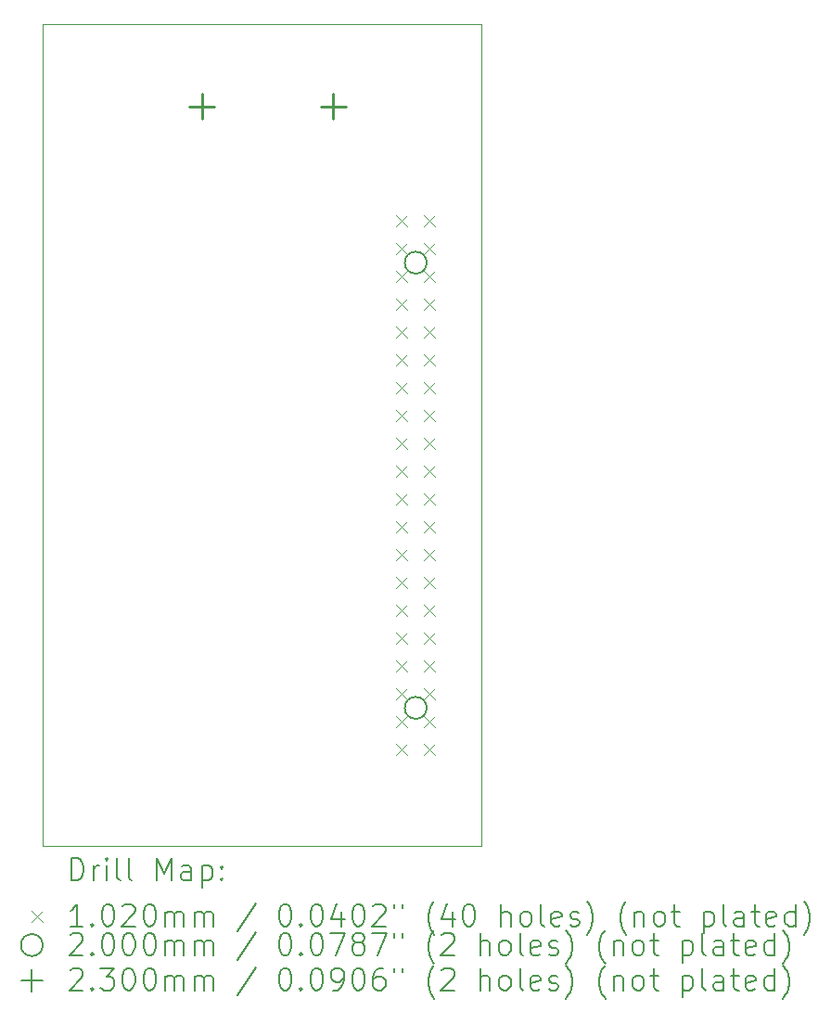
<source format=gbr>
%TF.GenerationSoftware,KiCad,Pcbnew,8.0.4*%
%TF.CreationDate,2024-09-04T02:40:32-04:00*%
%TF.ProjectId,phone_pcb,70686f6e-655f-4706-9362-2e6b69636164,rev?*%
%TF.SameCoordinates,Original*%
%TF.FileFunction,Drillmap*%
%TF.FilePolarity,Positive*%
%FSLAX45Y45*%
G04 Gerber Fmt 4.5, Leading zero omitted, Abs format (unit mm)*
G04 Created by KiCad (PCBNEW 8.0.4) date 2024-09-04 02:40:32*
%MOMM*%
%LPD*%
G01*
G04 APERTURE LIST*
%ADD10C,0.050000*%
%ADD11C,0.200000*%
%ADD12C,0.102000*%
%ADD13C,0.230000*%
G04 APERTURE END LIST*
D10*
X8975000Y-4975000D02*
X4975000Y-4975000D01*
X4975000Y-12475000D01*
X8975000Y-12475000D01*
X8975000Y-4975000D01*
D11*
D12*
X8198960Y-6720028D02*
X8300960Y-6822028D01*
X8300960Y-6720028D02*
X8198960Y-6822028D01*
X8198960Y-6974028D02*
X8300960Y-7076028D01*
X8300960Y-6974028D02*
X8198960Y-7076028D01*
X8198960Y-7228028D02*
X8300960Y-7330028D01*
X8300960Y-7228028D02*
X8198960Y-7330028D01*
X8198960Y-7482028D02*
X8300960Y-7584028D01*
X8300960Y-7482028D02*
X8198960Y-7584028D01*
X8198960Y-7736028D02*
X8300960Y-7838028D01*
X8300960Y-7736028D02*
X8198960Y-7838028D01*
X8198960Y-7990028D02*
X8300960Y-8092028D01*
X8300960Y-7990028D02*
X8198960Y-8092028D01*
X8198960Y-8244028D02*
X8300960Y-8346028D01*
X8300960Y-8244028D02*
X8198960Y-8346028D01*
X8198960Y-8498028D02*
X8300960Y-8600028D01*
X8300960Y-8498028D02*
X8198960Y-8600028D01*
X8198960Y-8752028D02*
X8300960Y-8854028D01*
X8300960Y-8752028D02*
X8198960Y-8854028D01*
X8198960Y-9006028D02*
X8300960Y-9108028D01*
X8300960Y-9006028D02*
X8198960Y-9108028D01*
X8198960Y-9260028D02*
X8300960Y-9362028D01*
X8300960Y-9260028D02*
X8198960Y-9362028D01*
X8198960Y-9514028D02*
X8300960Y-9616028D01*
X8300960Y-9514028D02*
X8198960Y-9616028D01*
X8198960Y-9768028D02*
X8300960Y-9870028D01*
X8300960Y-9768028D02*
X8198960Y-9870028D01*
X8198960Y-10022028D02*
X8300960Y-10124028D01*
X8300960Y-10022028D02*
X8198960Y-10124028D01*
X8198960Y-10276028D02*
X8300960Y-10378028D01*
X8300960Y-10276028D02*
X8198960Y-10378028D01*
X8198960Y-10530028D02*
X8300960Y-10632028D01*
X8300960Y-10530028D02*
X8198960Y-10632028D01*
X8198960Y-10784028D02*
X8300960Y-10886028D01*
X8300960Y-10784028D02*
X8198960Y-10886028D01*
X8198960Y-11038028D02*
X8300960Y-11140028D01*
X8300960Y-11038028D02*
X8198960Y-11140028D01*
X8198960Y-11292028D02*
X8300960Y-11394028D01*
X8300960Y-11292028D02*
X8198960Y-11394028D01*
X8198960Y-11546028D02*
X8300960Y-11648028D01*
X8300960Y-11546028D02*
X8198960Y-11648028D01*
X8452960Y-6720028D02*
X8554960Y-6822028D01*
X8554960Y-6720028D02*
X8452960Y-6822028D01*
X8452960Y-6974028D02*
X8554960Y-7076028D01*
X8554960Y-6974028D02*
X8452960Y-7076028D01*
X8452960Y-7228028D02*
X8554960Y-7330028D01*
X8554960Y-7228028D02*
X8452960Y-7330028D01*
X8452960Y-7482028D02*
X8554960Y-7584028D01*
X8554960Y-7482028D02*
X8452960Y-7584028D01*
X8452960Y-7736028D02*
X8554960Y-7838028D01*
X8554960Y-7736028D02*
X8452960Y-7838028D01*
X8452960Y-7990028D02*
X8554960Y-8092028D01*
X8554960Y-7990028D02*
X8452960Y-8092028D01*
X8452960Y-8244028D02*
X8554960Y-8346028D01*
X8554960Y-8244028D02*
X8452960Y-8346028D01*
X8452960Y-8498028D02*
X8554960Y-8600028D01*
X8554960Y-8498028D02*
X8452960Y-8600028D01*
X8452960Y-8752028D02*
X8554960Y-8854028D01*
X8554960Y-8752028D02*
X8452960Y-8854028D01*
X8452960Y-9006028D02*
X8554960Y-9108028D01*
X8554960Y-9006028D02*
X8452960Y-9108028D01*
X8452960Y-9260028D02*
X8554960Y-9362028D01*
X8554960Y-9260028D02*
X8452960Y-9362028D01*
X8452960Y-9514028D02*
X8554960Y-9616028D01*
X8554960Y-9514028D02*
X8452960Y-9616028D01*
X8452960Y-9768028D02*
X8554960Y-9870028D01*
X8554960Y-9768028D02*
X8452960Y-9870028D01*
X8452960Y-10022028D02*
X8554960Y-10124028D01*
X8554960Y-10022028D02*
X8452960Y-10124028D01*
X8452960Y-10276028D02*
X8554960Y-10378028D01*
X8554960Y-10276028D02*
X8452960Y-10378028D01*
X8452960Y-10530028D02*
X8554960Y-10632028D01*
X8554960Y-10530028D02*
X8452960Y-10632028D01*
X8452960Y-10784028D02*
X8554960Y-10886028D01*
X8554960Y-10784028D02*
X8452960Y-10886028D01*
X8452960Y-11038028D02*
X8554960Y-11140028D01*
X8554960Y-11038028D02*
X8452960Y-11140028D01*
X8452960Y-11292028D02*
X8554960Y-11394028D01*
X8554960Y-11292028D02*
X8452960Y-11394028D01*
X8452960Y-11546028D02*
X8554960Y-11648028D01*
X8554960Y-11546028D02*
X8452960Y-11648028D01*
D11*
X8476960Y-7152028D02*
G75*
G02*
X8276960Y-7152028I-100000J0D01*
G01*
X8276960Y-7152028D02*
G75*
G02*
X8476960Y-7152028I100000J0D01*
G01*
X8476960Y-11216028D02*
G75*
G02*
X8276960Y-11216028I-100000J0D01*
G01*
X8276960Y-11216028D02*
G75*
G02*
X8476960Y-11216028I100000J0D01*
G01*
D13*
X6424000Y-5610000D02*
X6424000Y-5840000D01*
X6309000Y-5725000D02*
X6539000Y-5725000D01*
X7624000Y-5610000D02*
X7624000Y-5840000D01*
X7509000Y-5725000D02*
X7739000Y-5725000D01*
D11*
X5233277Y-12788984D02*
X5233277Y-12588984D01*
X5233277Y-12588984D02*
X5280896Y-12588984D01*
X5280896Y-12588984D02*
X5309467Y-12598508D01*
X5309467Y-12598508D02*
X5328515Y-12617555D01*
X5328515Y-12617555D02*
X5338039Y-12636603D01*
X5338039Y-12636603D02*
X5347563Y-12674698D01*
X5347563Y-12674698D02*
X5347563Y-12703269D01*
X5347563Y-12703269D02*
X5338039Y-12741365D01*
X5338039Y-12741365D02*
X5328515Y-12760412D01*
X5328515Y-12760412D02*
X5309467Y-12779460D01*
X5309467Y-12779460D02*
X5280896Y-12788984D01*
X5280896Y-12788984D02*
X5233277Y-12788984D01*
X5433277Y-12788984D02*
X5433277Y-12655650D01*
X5433277Y-12693746D02*
X5442801Y-12674698D01*
X5442801Y-12674698D02*
X5452324Y-12665174D01*
X5452324Y-12665174D02*
X5471372Y-12655650D01*
X5471372Y-12655650D02*
X5490420Y-12655650D01*
X5557086Y-12788984D02*
X5557086Y-12655650D01*
X5557086Y-12588984D02*
X5547563Y-12598508D01*
X5547563Y-12598508D02*
X5557086Y-12608031D01*
X5557086Y-12608031D02*
X5566610Y-12598508D01*
X5566610Y-12598508D02*
X5557086Y-12588984D01*
X5557086Y-12588984D02*
X5557086Y-12608031D01*
X5680896Y-12788984D02*
X5661848Y-12779460D01*
X5661848Y-12779460D02*
X5652324Y-12760412D01*
X5652324Y-12760412D02*
X5652324Y-12588984D01*
X5785658Y-12788984D02*
X5766610Y-12779460D01*
X5766610Y-12779460D02*
X5757086Y-12760412D01*
X5757086Y-12760412D02*
X5757086Y-12588984D01*
X6014229Y-12788984D02*
X6014229Y-12588984D01*
X6014229Y-12588984D02*
X6080896Y-12731841D01*
X6080896Y-12731841D02*
X6147562Y-12588984D01*
X6147562Y-12588984D02*
X6147562Y-12788984D01*
X6328515Y-12788984D02*
X6328515Y-12684222D01*
X6328515Y-12684222D02*
X6318991Y-12665174D01*
X6318991Y-12665174D02*
X6299943Y-12655650D01*
X6299943Y-12655650D02*
X6261848Y-12655650D01*
X6261848Y-12655650D02*
X6242801Y-12665174D01*
X6328515Y-12779460D02*
X6309467Y-12788984D01*
X6309467Y-12788984D02*
X6261848Y-12788984D01*
X6261848Y-12788984D02*
X6242801Y-12779460D01*
X6242801Y-12779460D02*
X6233277Y-12760412D01*
X6233277Y-12760412D02*
X6233277Y-12741365D01*
X6233277Y-12741365D02*
X6242801Y-12722317D01*
X6242801Y-12722317D02*
X6261848Y-12712793D01*
X6261848Y-12712793D02*
X6309467Y-12712793D01*
X6309467Y-12712793D02*
X6328515Y-12703269D01*
X6423753Y-12655650D02*
X6423753Y-12855650D01*
X6423753Y-12665174D02*
X6442801Y-12655650D01*
X6442801Y-12655650D02*
X6480896Y-12655650D01*
X6480896Y-12655650D02*
X6499943Y-12665174D01*
X6499943Y-12665174D02*
X6509467Y-12674698D01*
X6509467Y-12674698D02*
X6518991Y-12693746D01*
X6518991Y-12693746D02*
X6518991Y-12750888D01*
X6518991Y-12750888D02*
X6509467Y-12769936D01*
X6509467Y-12769936D02*
X6499943Y-12779460D01*
X6499943Y-12779460D02*
X6480896Y-12788984D01*
X6480896Y-12788984D02*
X6442801Y-12788984D01*
X6442801Y-12788984D02*
X6423753Y-12779460D01*
X6604705Y-12769936D02*
X6614229Y-12779460D01*
X6614229Y-12779460D02*
X6604705Y-12788984D01*
X6604705Y-12788984D02*
X6595182Y-12779460D01*
X6595182Y-12779460D02*
X6604705Y-12769936D01*
X6604705Y-12769936D02*
X6604705Y-12788984D01*
X6604705Y-12665174D02*
X6614229Y-12674698D01*
X6614229Y-12674698D02*
X6604705Y-12684222D01*
X6604705Y-12684222D02*
X6595182Y-12674698D01*
X6595182Y-12674698D02*
X6604705Y-12665174D01*
X6604705Y-12665174D02*
X6604705Y-12684222D01*
D12*
X4870500Y-13066500D02*
X4972500Y-13168500D01*
X4972500Y-13066500D02*
X4870500Y-13168500D01*
D11*
X5338039Y-13208984D02*
X5223753Y-13208984D01*
X5280896Y-13208984D02*
X5280896Y-13008984D01*
X5280896Y-13008984D02*
X5261848Y-13037555D01*
X5261848Y-13037555D02*
X5242801Y-13056603D01*
X5242801Y-13056603D02*
X5223753Y-13066127D01*
X5423753Y-13189936D02*
X5433277Y-13199460D01*
X5433277Y-13199460D02*
X5423753Y-13208984D01*
X5423753Y-13208984D02*
X5414229Y-13199460D01*
X5414229Y-13199460D02*
X5423753Y-13189936D01*
X5423753Y-13189936D02*
X5423753Y-13208984D01*
X5557086Y-13008984D02*
X5576134Y-13008984D01*
X5576134Y-13008984D02*
X5595182Y-13018508D01*
X5595182Y-13018508D02*
X5604705Y-13028031D01*
X5604705Y-13028031D02*
X5614229Y-13047079D01*
X5614229Y-13047079D02*
X5623753Y-13085174D01*
X5623753Y-13085174D02*
X5623753Y-13132793D01*
X5623753Y-13132793D02*
X5614229Y-13170888D01*
X5614229Y-13170888D02*
X5604705Y-13189936D01*
X5604705Y-13189936D02*
X5595182Y-13199460D01*
X5595182Y-13199460D02*
X5576134Y-13208984D01*
X5576134Y-13208984D02*
X5557086Y-13208984D01*
X5557086Y-13208984D02*
X5538039Y-13199460D01*
X5538039Y-13199460D02*
X5528515Y-13189936D01*
X5528515Y-13189936D02*
X5518991Y-13170888D01*
X5518991Y-13170888D02*
X5509467Y-13132793D01*
X5509467Y-13132793D02*
X5509467Y-13085174D01*
X5509467Y-13085174D02*
X5518991Y-13047079D01*
X5518991Y-13047079D02*
X5528515Y-13028031D01*
X5528515Y-13028031D02*
X5538039Y-13018508D01*
X5538039Y-13018508D02*
X5557086Y-13008984D01*
X5699943Y-13028031D02*
X5709467Y-13018508D01*
X5709467Y-13018508D02*
X5728515Y-13008984D01*
X5728515Y-13008984D02*
X5776134Y-13008984D01*
X5776134Y-13008984D02*
X5795182Y-13018508D01*
X5795182Y-13018508D02*
X5804705Y-13028031D01*
X5804705Y-13028031D02*
X5814229Y-13047079D01*
X5814229Y-13047079D02*
X5814229Y-13066127D01*
X5814229Y-13066127D02*
X5804705Y-13094698D01*
X5804705Y-13094698D02*
X5690420Y-13208984D01*
X5690420Y-13208984D02*
X5814229Y-13208984D01*
X5938039Y-13008984D02*
X5957086Y-13008984D01*
X5957086Y-13008984D02*
X5976134Y-13018508D01*
X5976134Y-13018508D02*
X5985658Y-13028031D01*
X5985658Y-13028031D02*
X5995182Y-13047079D01*
X5995182Y-13047079D02*
X6004705Y-13085174D01*
X6004705Y-13085174D02*
X6004705Y-13132793D01*
X6004705Y-13132793D02*
X5995182Y-13170888D01*
X5995182Y-13170888D02*
X5985658Y-13189936D01*
X5985658Y-13189936D02*
X5976134Y-13199460D01*
X5976134Y-13199460D02*
X5957086Y-13208984D01*
X5957086Y-13208984D02*
X5938039Y-13208984D01*
X5938039Y-13208984D02*
X5918991Y-13199460D01*
X5918991Y-13199460D02*
X5909467Y-13189936D01*
X5909467Y-13189936D02*
X5899943Y-13170888D01*
X5899943Y-13170888D02*
X5890420Y-13132793D01*
X5890420Y-13132793D02*
X5890420Y-13085174D01*
X5890420Y-13085174D02*
X5899943Y-13047079D01*
X5899943Y-13047079D02*
X5909467Y-13028031D01*
X5909467Y-13028031D02*
X5918991Y-13018508D01*
X5918991Y-13018508D02*
X5938039Y-13008984D01*
X6090420Y-13208984D02*
X6090420Y-13075650D01*
X6090420Y-13094698D02*
X6099943Y-13085174D01*
X6099943Y-13085174D02*
X6118991Y-13075650D01*
X6118991Y-13075650D02*
X6147563Y-13075650D01*
X6147563Y-13075650D02*
X6166610Y-13085174D01*
X6166610Y-13085174D02*
X6176134Y-13104222D01*
X6176134Y-13104222D02*
X6176134Y-13208984D01*
X6176134Y-13104222D02*
X6185658Y-13085174D01*
X6185658Y-13085174D02*
X6204705Y-13075650D01*
X6204705Y-13075650D02*
X6233277Y-13075650D01*
X6233277Y-13075650D02*
X6252324Y-13085174D01*
X6252324Y-13085174D02*
X6261848Y-13104222D01*
X6261848Y-13104222D02*
X6261848Y-13208984D01*
X6357086Y-13208984D02*
X6357086Y-13075650D01*
X6357086Y-13094698D02*
X6366610Y-13085174D01*
X6366610Y-13085174D02*
X6385658Y-13075650D01*
X6385658Y-13075650D02*
X6414229Y-13075650D01*
X6414229Y-13075650D02*
X6433277Y-13085174D01*
X6433277Y-13085174D02*
X6442801Y-13104222D01*
X6442801Y-13104222D02*
X6442801Y-13208984D01*
X6442801Y-13104222D02*
X6452324Y-13085174D01*
X6452324Y-13085174D02*
X6471372Y-13075650D01*
X6471372Y-13075650D02*
X6499943Y-13075650D01*
X6499943Y-13075650D02*
X6518991Y-13085174D01*
X6518991Y-13085174D02*
X6528515Y-13104222D01*
X6528515Y-13104222D02*
X6528515Y-13208984D01*
X6918991Y-12999460D02*
X6747563Y-13256603D01*
X7176134Y-13008984D02*
X7195182Y-13008984D01*
X7195182Y-13008984D02*
X7214229Y-13018508D01*
X7214229Y-13018508D02*
X7223753Y-13028031D01*
X7223753Y-13028031D02*
X7233277Y-13047079D01*
X7233277Y-13047079D02*
X7242801Y-13085174D01*
X7242801Y-13085174D02*
X7242801Y-13132793D01*
X7242801Y-13132793D02*
X7233277Y-13170888D01*
X7233277Y-13170888D02*
X7223753Y-13189936D01*
X7223753Y-13189936D02*
X7214229Y-13199460D01*
X7214229Y-13199460D02*
X7195182Y-13208984D01*
X7195182Y-13208984D02*
X7176134Y-13208984D01*
X7176134Y-13208984D02*
X7157086Y-13199460D01*
X7157086Y-13199460D02*
X7147563Y-13189936D01*
X7147563Y-13189936D02*
X7138039Y-13170888D01*
X7138039Y-13170888D02*
X7128515Y-13132793D01*
X7128515Y-13132793D02*
X7128515Y-13085174D01*
X7128515Y-13085174D02*
X7138039Y-13047079D01*
X7138039Y-13047079D02*
X7147563Y-13028031D01*
X7147563Y-13028031D02*
X7157086Y-13018508D01*
X7157086Y-13018508D02*
X7176134Y-13008984D01*
X7328515Y-13189936D02*
X7338039Y-13199460D01*
X7338039Y-13199460D02*
X7328515Y-13208984D01*
X7328515Y-13208984D02*
X7318991Y-13199460D01*
X7318991Y-13199460D02*
X7328515Y-13189936D01*
X7328515Y-13189936D02*
X7328515Y-13208984D01*
X7461848Y-13008984D02*
X7480896Y-13008984D01*
X7480896Y-13008984D02*
X7499944Y-13018508D01*
X7499944Y-13018508D02*
X7509467Y-13028031D01*
X7509467Y-13028031D02*
X7518991Y-13047079D01*
X7518991Y-13047079D02*
X7528515Y-13085174D01*
X7528515Y-13085174D02*
X7528515Y-13132793D01*
X7528515Y-13132793D02*
X7518991Y-13170888D01*
X7518991Y-13170888D02*
X7509467Y-13189936D01*
X7509467Y-13189936D02*
X7499944Y-13199460D01*
X7499944Y-13199460D02*
X7480896Y-13208984D01*
X7480896Y-13208984D02*
X7461848Y-13208984D01*
X7461848Y-13208984D02*
X7442801Y-13199460D01*
X7442801Y-13199460D02*
X7433277Y-13189936D01*
X7433277Y-13189936D02*
X7423753Y-13170888D01*
X7423753Y-13170888D02*
X7414229Y-13132793D01*
X7414229Y-13132793D02*
X7414229Y-13085174D01*
X7414229Y-13085174D02*
X7423753Y-13047079D01*
X7423753Y-13047079D02*
X7433277Y-13028031D01*
X7433277Y-13028031D02*
X7442801Y-13018508D01*
X7442801Y-13018508D02*
X7461848Y-13008984D01*
X7699944Y-13075650D02*
X7699944Y-13208984D01*
X7652325Y-12999460D02*
X7604706Y-13142317D01*
X7604706Y-13142317D02*
X7728515Y-13142317D01*
X7842801Y-13008984D02*
X7861848Y-13008984D01*
X7861848Y-13008984D02*
X7880896Y-13018508D01*
X7880896Y-13018508D02*
X7890420Y-13028031D01*
X7890420Y-13028031D02*
X7899944Y-13047079D01*
X7899944Y-13047079D02*
X7909467Y-13085174D01*
X7909467Y-13085174D02*
X7909467Y-13132793D01*
X7909467Y-13132793D02*
X7899944Y-13170888D01*
X7899944Y-13170888D02*
X7890420Y-13189936D01*
X7890420Y-13189936D02*
X7880896Y-13199460D01*
X7880896Y-13199460D02*
X7861848Y-13208984D01*
X7861848Y-13208984D02*
X7842801Y-13208984D01*
X7842801Y-13208984D02*
X7823753Y-13199460D01*
X7823753Y-13199460D02*
X7814229Y-13189936D01*
X7814229Y-13189936D02*
X7804706Y-13170888D01*
X7804706Y-13170888D02*
X7795182Y-13132793D01*
X7795182Y-13132793D02*
X7795182Y-13085174D01*
X7795182Y-13085174D02*
X7804706Y-13047079D01*
X7804706Y-13047079D02*
X7814229Y-13028031D01*
X7814229Y-13028031D02*
X7823753Y-13018508D01*
X7823753Y-13018508D02*
X7842801Y-13008984D01*
X7985658Y-13028031D02*
X7995182Y-13018508D01*
X7995182Y-13018508D02*
X8014229Y-13008984D01*
X8014229Y-13008984D02*
X8061848Y-13008984D01*
X8061848Y-13008984D02*
X8080896Y-13018508D01*
X8080896Y-13018508D02*
X8090420Y-13028031D01*
X8090420Y-13028031D02*
X8099944Y-13047079D01*
X8099944Y-13047079D02*
X8099944Y-13066127D01*
X8099944Y-13066127D02*
X8090420Y-13094698D01*
X8090420Y-13094698D02*
X7976134Y-13208984D01*
X7976134Y-13208984D02*
X8099944Y-13208984D01*
X8176134Y-13008984D02*
X8176134Y-13047079D01*
X8252325Y-13008984D02*
X8252325Y-13047079D01*
X8547563Y-13285174D02*
X8538039Y-13275650D01*
X8538039Y-13275650D02*
X8518991Y-13247079D01*
X8518991Y-13247079D02*
X8509468Y-13228031D01*
X8509468Y-13228031D02*
X8499944Y-13199460D01*
X8499944Y-13199460D02*
X8490420Y-13151841D01*
X8490420Y-13151841D02*
X8490420Y-13113746D01*
X8490420Y-13113746D02*
X8499944Y-13066127D01*
X8499944Y-13066127D02*
X8509468Y-13037555D01*
X8509468Y-13037555D02*
X8518991Y-13018508D01*
X8518991Y-13018508D02*
X8538039Y-12989936D01*
X8538039Y-12989936D02*
X8547563Y-12980412D01*
X8709468Y-13075650D02*
X8709468Y-13208984D01*
X8661849Y-12999460D02*
X8614230Y-13142317D01*
X8614230Y-13142317D02*
X8738039Y-13142317D01*
X8852325Y-13008984D02*
X8871372Y-13008984D01*
X8871372Y-13008984D02*
X8890420Y-13018508D01*
X8890420Y-13018508D02*
X8899944Y-13028031D01*
X8899944Y-13028031D02*
X8909468Y-13047079D01*
X8909468Y-13047079D02*
X8918991Y-13085174D01*
X8918991Y-13085174D02*
X8918991Y-13132793D01*
X8918991Y-13132793D02*
X8909468Y-13170888D01*
X8909468Y-13170888D02*
X8899944Y-13189936D01*
X8899944Y-13189936D02*
X8890420Y-13199460D01*
X8890420Y-13199460D02*
X8871372Y-13208984D01*
X8871372Y-13208984D02*
X8852325Y-13208984D01*
X8852325Y-13208984D02*
X8833277Y-13199460D01*
X8833277Y-13199460D02*
X8823753Y-13189936D01*
X8823753Y-13189936D02*
X8814230Y-13170888D01*
X8814230Y-13170888D02*
X8804706Y-13132793D01*
X8804706Y-13132793D02*
X8804706Y-13085174D01*
X8804706Y-13085174D02*
X8814230Y-13047079D01*
X8814230Y-13047079D02*
X8823753Y-13028031D01*
X8823753Y-13028031D02*
X8833277Y-13018508D01*
X8833277Y-13018508D02*
X8852325Y-13008984D01*
X9157087Y-13208984D02*
X9157087Y-13008984D01*
X9242801Y-13208984D02*
X9242801Y-13104222D01*
X9242801Y-13104222D02*
X9233277Y-13085174D01*
X9233277Y-13085174D02*
X9214230Y-13075650D01*
X9214230Y-13075650D02*
X9185658Y-13075650D01*
X9185658Y-13075650D02*
X9166611Y-13085174D01*
X9166611Y-13085174D02*
X9157087Y-13094698D01*
X9366611Y-13208984D02*
X9347563Y-13199460D01*
X9347563Y-13199460D02*
X9338039Y-13189936D01*
X9338039Y-13189936D02*
X9328515Y-13170888D01*
X9328515Y-13170888D02*
X9328515Y-13113746D01*
X9328515Y-13113746D02*
X9338039Y-13094698D01*
X9338039Y-13094698D02*
X9347563Y-13085174D01*
X9347563Y-13085174D02*
X9366611Y-13075650D01*
X9366611Y-13075650D02*
X9395182Y-13075650D01*
X9395182Y-13075650D02*
X9414230Y-13085174D01*
X9414230Y-13085174D02*
X9423753Y-13094698D01*
X9423753Y-13094698D02*
X9433277Y-13113746D01*
X9433277Y-13113746D02*
X9433277Y-13170888D01*
X9433277Y-13170888D02*
X9423753Y-13189936D01*
X9423753Y-13189936D02*
X9414230Y-13199460D01*
X9414230Y-13199460D02*
X9395182Y-13208984D01*
X9395182Y-13208984D02*
X9366611Y-13208984D01*
X9547563Y-13208984D02*
X9528515Y-13199460D01*
X9528515Y-13199460D02*
X9518992Y-13180412D01*
X9518992Y-13180412D02*
X9518992Y-13008984D01*
X9699944Y-13199460D02*
X9680896Y-13208984D01*
X9680896Y-13208984D02*
X9642801Y-13208984D01*
X9642801Y-13208984D02*
X9623753Y-13199460D01*
X9623753Y-13199460D02*
X9614230Y-13180412D01*
X9614230Y-13180412D02*
X9614230Y-13104222D01*
X9614230Y-13104222D02*
X9623753Y-13085174D01*
X9623753Y-13085174D02*
X9642801Y-13075650D01*
X9642801Y-13075650D02*
X9680896Y-13075650D01*
X9680896Y-13075650D02*
X9699944Y-13085174D01*
X9699944Y-13085174D02*
X9709468Y-13104222D01*
X9709468Y-13104222D02*
X9709468Y-13123269D01*
X9709468Y-13123269D02*
X9614230Y-13142317D01*
X9785658Y-13199460D02*
X9804706Y-13208984D01*
X9804706Y-13208984D02*
X9842801Y-13208984D01*
X9842801Y-13208984D02*
X9861849Y-13199460D01*
X9861849Y-13199460D02*
X9871373Y-13180412D01*
X9871373Y-13180412D02*
X9871373Y-13170888D01*
X9871373Y-13170888D02*
X9861849Y-13151841D01*
X9861849Y-13151841D02*
X9842801Y-13142317D01*
X9842801Y-13142317D02*
X9814230Y-13142317D01*
X9814230Y-13142317D02*
X9795182Y-13132793D01*
X9795182Y-13132793D02*
X9785658Y-13113746D01*
X9785658Y-13113746D02*
X9785658Y-13104222D01*
X9785658Y-13104222D02*
X9795182Y-13085174D01*
X9795182Y-13085174D02*
X9814230Y-13075650D01*
X9814230Y-13075650D02*
X9842801Y-13075650D01*
X9842801Y-13075650D02*
X9861849Y-13085174D01*
X9938039Y-13285174D02*
X9947563Y-13275650D01*
X9947563Y-13275650D02*
X9966611Y-13247079D01*
X9966611Y-13247079D02*
X9976134Y-13228031D01*
X9976134Y-13228031D02*
X9985658Y-13199460D01*
X9985658Y-13199460D02*
X9995182Y-13151841D01*
X9995182Y-13151841D02*
X9995182Y-13113746D01*
X9995182Y-13113746D02*
X9985658Y-13066127D01*
X9985658Y-13066127D02*
X9976134Y-13037555D01*
X9976134Y-13037555D02*
X9966611Y-13018508D01*
X9966611Y-13018508D02*
X9947563Y-12989936D01*
X9947563Y-12989936D02*
X9938039Y-12980412D01*
X10299944Y-13285174D02*
X10290420Y-13275650D01*
X10290420Y-13275650D02*
X10271373Y-13247079D01*
X10271373Y-13247079D02*
X10261849Y-13228031D01*
X10261849Y-13228031D02*
X10252325Y-13199460D01*
X10252325Y-13199460D02*
X10242801Y-13151841D01*
X10242801Y-13151841D02*
X10242801Y-13113746D01*
X10242801Y-13113746D02*
X10252325Y-13066127D01*
X10252325Y-13066127D02*
X10261849Y-13037555D01*
X10261849Y-13037555D02*
X10271373Y-13018508D01*
X10271373Y-13018508D02*
X10290420Y-12989936D01*
X10290420Y-12989936D02*
X10299944Y-12980412D01*
X10376134Y-13075650D02*
X10376134Y-13208984D01*
X10376134Y-13094698D02*
X10385658Y-13085174D01*
X10385658Y-13085174D02*
X10404706Y-13075650D01*
X10404706Y-13075650D02*
X10433277Y-13075650D01*
X10433277Y-13075650D02*
X10452325Y-13085174D01*
X10452325Y-13085174D02*
X10461849Y-13104222D01*
X10461849Y-13104222D02*
X10461849Y-13208984D01*
X10585658Y-13208984D02*
X10566611Y-13199460D01*
X10566611Y-13199460D02*
X10557087Y-13189936D01*
X10557087Y-13189936D02*
X10547563Y-13170888D01*
X10547563Y-13170888D02*
X10547563Y-13113746D01*
X10547563Y-13113746D02*
X10557087Y-13094698D01*
X10557087Y-13094698D02*
X10566611Y-13085174D01*
X10566611Y-13085174D02*
X10585658Y-13075650D01*
X10585658Y-13075650D02*
X10614230Y-13075650D01*
X10614230Y-13075650D02*
X10633277Y-13085174D01*
X10633277Y-13085174D02*
X10642801Y-13094698D01*
X10642801Y-13094698D02*
X10652325Y-13113746D01*
X10652325Y-13113746D02*
X10652325Y-13170888D01*
X10652325Y-13170888D02*
X10642801Y-13189936D01*
X10642801Y-13189936D02*
X10633277Y-13199460D01*
X10633277Y-13199460D02*
X10614230Y-13208984D01*
X10614230Y-13208984D02*
X10585658Y-13208984D01*
X10709468Y-13075650D02*
X10785658Y-13075650D01*
X10738039Y-13008984D02*
X10738039Y-13180412D01*
X10738039Y-13180412D02*
X10747563Y-13199460D01*
X10747563Y-13199460D02*
X10766611Y-13208984D01*
X10766611Y-13208984D02*
X10785658Y-13208984D01*
X11004706Y-13075650D02*
X11004706Y-13275650D01*
X11004706Y-13085174D02*
X11023754Y-13075650D01*
X11023754Y-13075650D02*
X11061849Y-13075650D01*
X11061849Y-13075650D02*
X11080896Y-13085174D01*
X11080896Y-13085174D02*
X11090420Y-13094698D01*
X11090420Y-13094698D02*
X11099944Y-13113746D01*
X11099944Y-13113746D02*
X11099944Y-13170888D01*
X11099944Y-13170888D02*
X11090420Y-13189936D01*
X11090420Y-13189936D02*
X11080896Y-13199460D01*
X11080896Y-13199460D02*
X11061849Y-13208984D01*
X11061849Y-13208984D02*
X11023754Y-13208984D01*
X11023754Y-13208984D02*
X11004706Y-13199460D01*
X11214230Y-13208984D02*
X11195182Y-13199460D01*
X11195182Y-13199460D02*
X11185658Y-13180412D01*
X11185658Y-13180412D02*
X11185658Y-13008984D01*
X11376134Y-13208984D02*
X11376134Y-13104222D01*
X11376134Y-13104222D02*
X11366611Y-13085174D01*
X11366611Y-13085174D02*
X11347563Y-13075650D01*
X11347563Y-13075650D02*
X11309468Y-13075650D01*
X11309468Y-13075650D02*
X11290420Y-13085174D01*
X11376134Y-13199460D02*
X11357087Y-13208984D01*
X11357087Y-13208984D02*
X11309468Y-13208984D01*
X11309468Y-13208984D02*
X11290420Y-13199460D01*
X11290420Y-13199460D02*
X11280896Y-13180412D01*
X11280896Y-13180412D02*
X11280896Y-13161365D01*
X11280896Y-13161365D02*
X11290420Y-13142317D01*
X11290420Y-13142317D02*
X11309468Y-13132793D01*
X11309468Y-13132793D02*
X11357087Y-13132793D01*
X11357087Y-13132793D02*
X11376134Y-13123269D01*
X11442801Y-13075650D02*
X11518992Y-13075650D01*
X11471373Y-13008984D02*
X11471373Y-13180412D01*
X11471373Y-13180412D02*
X11480896Y-13199460D01*
X11480896Y-13199460D02*
X11499944Y-13208984D01*
X11499944Y-13208984D02*
X11518992Y-13208984D01*
X11661849Y-13199460D02*
X11642801Y-13208984D01*
X11642801Y-13208984D02*
X11604706Y-13208984D01*
X11604706Y-13208984D02*
X11585658Y-13199460D01*
X11585658Y-13199460D02*
X11576134Y-13180412D01*
X11576134Y-13180412D02*
X11576134Y-13104222D01*
X11576134Y-13104222D02*
X11585658Y-13085174D01*
X11585658Y-13085174D02*
X11604706Y-13075650D01*
X11604706Y-13075650D02*
X11642801Y-13075650D01*
X11642801Y-13075650D02*
X11661849Y-13085174D01*
X11661849Y-13085174D02*
X11671373Y-13104222D01*
X11671373Y-13104222D02*
X11671373Y-13123269D01*
X11671373Y-13123269D02*
X11576134Y-13142317D01*
X11842801Y-13208984D02*
X11842801Y-13008984D01*
X11842801Y-13199460D02*
X11823754Y-13208984D01*
X11823754Y-13208984D02*
X11785658Y-13208984D01*
X11785658Y-13208984D02*
X11766611Y-13199460D01*
X11766611Y-13199460D02*
X11757087Y-13189936D01*
X11757087Y-13189936D02*
X11747563Y-13170888D01*
X11747563Y-13170888D02*
X11747563Y-13113746D01*
X11747563Y-13113746D02*
X11757087Y-13094698D01*
X11757087Y-13094698D02*
X11766611Y-13085174D01*
X11766611Y-13085174D02*
X11785658Y-13075650D01*
X11785658Y-13075650D02*
X11823754Y-13075650D01*
X11823754Y-13075650D02*
X11842801Y-13085174D01*
X11918992Y-13285174D02*
X11928515Y-13275650D01*
X11928515Y-13275650D02*
X11947563Y-13247079D01*
X11947563Y-13247079D02*
X11957087Y-13228031D01*
X11957087Y-13228031D02*
X11966611Y-13199460D01*
X11966611Y-13199460D02*
X11976134Y-13151841D01*
X11976134Y-13151841D02*
X11976134Y-13113746D01*
X11976134Y-13113746D02*
X11966611Y-13066127D01*
X11966611Y-13066127D02*
X11957087Y-13037555D01*
X11957087Y-13037555D02*
X11947563Y-13018508D01*
X11947563Y-13018508D02*
X11928515Y-12989936D01*
X11928515Y-12989936D02*
X11918992Y-12980412D01*
X4972500Y-13381500D02*
G75*
G02*
X4772500Y-13381500I-100000J0D01*
G01*
X4772500Y-13381500D02*
G75*
G02*
X4972500Y-13381500I100000J0D01*
G01*
X5223753Y-13292031D02*
X5233277Y-13282508D01*
X5233277Y-13282508D02*
X5252324Y-13272984D01*
X5252324Y-13272984D02*
X5299944Y-13272984D01*
X5299944Y-13272984D02*
X5318991Y-13282508D01*
X5318991Y-13282508D02*
X5328515Y-13292031D01*
X5328515Y-13292031D02*
X5338039Y-13311079D01*
X5338039Y-13311079D02*
X5338039Y-13330127D01*
X5338039Y-13330127D02*
X5328515Y-13358698D01*
X5328515Y-13358698D02*
X5214229Y-13472984D01*
X5214229Y-13472984D02*
X5338039Y-13472984D01*
X5423753Y-13453936D02*
X5433277Y-13463460D01*
X5433277Y-13463460D02*
X5423753Y-13472984D01*
X5423753Y-13472984D02*
X5414229Y-13463460D01*
X5414229Y-13463460D02*
X5423753Y-13453936D01*
X5423753Y-13453936D02*
X5423753Y-13472984D01*
X5557086Y-13272984D02*
X5576134Y-13272984D01*
X5576134Y-13272984D02*
X5595182Y-13282508D01*
X5595182Y-13282508D02*
X5604705Y-13292031D01*
X5604705Y-13292031D02*
X5614229Y-13311079D01*
X5614229Y-13311079D02*
X5623753Y-13349174D01*
X5623753Y-13349174D02*
X5623753Y-13396793D01*
X5623753Y-13396793D02*
X5614229Y-13434888D01*
X5614229Y-13434888D02*
X5604705Y-13453936D01*
X5604705Y-13453936D02*
X5595182Y-13463460D01*
X5595182Y-13463460D02*
X5576134Y-13472984D01*
X5576134Y-13472984D02*
X5557086Y-13472984D01*
X5557086Y-13472984D02*
X5538039Y-13463460D01*
X5538039Y-13463460D02*
X5528515Y-13453936D01*
X5528515Y-13453936D02*
X5518991Y-13434888D01*
X5518991Y-13434888D02*
X5509467Y-13396793D01*
X5509467Y-13396793D02*
X5509467Y-13349174D01*
X5509467Y-13349174D02*
X5518991Y-13311079D01*
X5518991Y-13311079D02*
X5528515Y-13292031D01*
X5528515Y-13292031D02*
X5538039Y-13282508D01*
X5538039Y-13282508D02*
X5557086Y-13272984D01*
X5747562Y-13272984D02*
X5766610Y-13272984D01*
X5766610Y-13272984D02*
X5785658Y-13282508D01*
X5785658Y-13282508D02*
X5795182Y-13292031D01*
X5795182Y-13292031D02*
X5804705Y-13311079D01*
X5804705Y-13311079D02*
X5814229Y-13349174D01*
X5814229Y-13349174D02*
X5814229Y-13396793D01*
X5814229Y-13396793D02*
X5804705Y-13434888D01*
X5804705Y-13434888D02*
X5795182Y-13453936D01*
X5795182Y-13453936D02*
X5785658Y-13463460D01*
X5785658Y-13463460D02*
X5766610Y-13472984D01*
X5766610Y-13472984D02*
X5747562Y-13472984D01*
X5747562Y-13472984D02*
X5728515Y-13463460D01*
X5728515Y-13463460D02*
X5718991Y-13453936D01*
X5718991Y-13453936D02*
X5709467Y-13434888D01*
X5709467Y-13434888D02*
X5699943Y-13396793D01*
X5699943Y-13396793D02*
X5699943Y-13349174D01*
X5699943Y-13349174D02*
X5709467Y-13311079D01*
X5709467Y-13311079D02*
X5718991Y-13292031D01*
X5718991Y-13292031D02*
X5728515Y-13282508D01*
X5728515Y-13282508D02*
X5747562Y-13272984D01*
X5938039Y-13272984D02*
X5957086Y-13272984D01*
X5957086Y-13272984D02*
X5976134Y-13282508D01*
X5976134Y-13282508D02*
X5985658Y-13292031D01*
X5985658Y-13292031D02*
X5995182Y-13311079D01*
X5995182Y-13311079D02*
X6004705Y-13349174D01*
X6004705Y-13349174D02*
X6004705Y-13396793D01*
X6004705Y-13396793D02*
X5995182Y-13434888D01*
X5995182Y-13434888D02*
X5985658Y-13453936D01*
X5985658Y-13453936D02*
X5976134Y-13463460D01*
X5976134Y-13463460D02*
X5957086Y-13472984D01*
X5957086Y-13472984D02*
X5938039Y-13472984D01*
X5938039Y-13472984D02*
X5918991Y-13463460D01*
X5918991Y-13463460D02*
X5909467Y-13453936D01*
X5909467Y-13453936D02*
X5899943Y-13434888D01*
X5899943Y-13434888D02*
X5890420Y-13396793D01*
X5890420Y-13396793D02*
X5890420Y-13349174D01*
X5890420Y-13349174D02*
X5899943Y-13311079D01*
X5899943Y-13311079D02*
X5909467Y-13292031D01*
X5909467Y-13292031D02*
X5918991Y-13282508D01*
X5918991Y-13282508D02*
X5938039Y-13272984D01*
X6090420Y-13472984D02*
X6090420Y-13339650D01*
X6090420Y-13358698D02*
X6099943Y-13349174D01*
X6099943Y-13349174D02*
X6118991Y-13339650D01*
X6118991Y-13339650D02*
X6147563Y-13339650D01*
X6147563Y-13339650D02*
X6166610Y-13349174D01*
X6166610Y-13349174D02*
X6176134Y-13368222D01*
X6176134Y-13368222D02*
X6176134Y-13472984D01*
X6176134Y-13368222D02*
X6185658Y-13349174D01*
X6185658Y-13349174D02*
X6204705Y-13339650D01*
X6204705Y-13339650D02*
X6233277Y-13339650D01*
X6233277Y-13339650D02*
X6252324Y-13349174D01*
X6252324Y-13349174D02*
X6261848Y-13368222D01*
X6261848Y-13368222D02*
X6261848Y-13472984D01*
X6357086Y-13472984D02*
X6357086Y-13339650D01*
X6357086Y-13358698D02*
X6366610Y-13349174D01*
X6366610Y-13349174D02*
X6385658Y-13339650D01*
X6385658Y-13339650D02*
X6414229Y-13339650D01*
X6414229Y-13339650D02*
X6433277Y-13349174D01*
X6433277Y-13349174D02*
X6442801Y-13368222D01*
X6442801Y-13368222D02*
X6442801Y-13472984D01*
X6442801Y-13368222D02*
X6452324Y-13349174D01*
X6452324Y-13349174D02*
X6471372Y-13339650D01*
X6471372Y-13339650D02*
X6499943Y-13339650D01*
X6499943Y-13339650D02*
X6518991Y-13349174D01*
X6518991Y-13349174D02*
X6528515Y-13368222D01*
X6528515Y-13368222D02*
X6528515Y-13472984D01*
X6918991Y-13263460D02*
X6747563Y-13520603D01*
X7176134Y-13272984D02*
X7195182Y-13272984D01*
X7195182Y-13272984D02*
X7214229Y-13282508D01*
X7214229Y-13282508D02*
X7223753Y-13292031D01*
X7223753Y-13292031D02*
X7233277Y-13311079D01*
X7233277Y-13311079D02*
X7242801Y-13349174D01*
X7242801Y-13349174D02*
X7242801Y-13396793D01*
X7242801Y-13396793D02*
X7233277Y-13434888D01*
X7233277Y-13434888D02*
X7223753Y-13453936D01*
X7223753Y-13453936D02*
X7214229Y-13463460D01*
X7214229Y-13463460D02*
X7195182Y-13472984D01*
X7195182Y-13472984D02*
X7176134Y-13472984D01*
X7176134Y-13472984D02*
X7157086Y-13463460D01*
X7157086Y-13463460D02*
X7147563Y-13453936D01*
X7147563Y-13453936D02*
X7138039Y-13434888D01*
X7138039Y-13434888D02*
X7128515Y-13396793D01*
X7128515Y-13396793D02*
X7128515Y-13349174D01*
X7128515Y-13349174D02*
X7138039Y-13311079D01*
X7138039Y-13311079D02*
X7147563Y-13292031D01*
X7147563Y-13292031D02*
X7157086Y-13282508D01*
X7157086Y-13282508D02*
X7176134Y-13272984D01*
X7328515Y-13453936D02*
X7338039Y-13463460D01*
X7338039Y-13463460D02*
X7328515Y-13472984D01*
X7328515Y-13472984D02*
X7318991Y-13463460D01*
X7318991Y-13463460D02*
X7328515Y-13453936D01*
X7328515Y-13453936D02*
X7328515Y-13472984D01*
X7461848Y-13272984D02*
X7480896Y-13272984D01*
X7480896Y-13272984D02*
X7499944Y-13282508D01*
X7499944Y-13282508D02*
X7509467Y-13292031D01*
X7509467Y-13292031D02*
X7518991Y-13311079D01*
X7518991Y-13311079D02*
X7528515Y-13349174D01*
X7528515Y-13349174D02*
X7528515Y-13396793D01*
X7528515Y-13396793D02*
X7518991Y-13434888D01*
X7518991Y-13434888D02*
X7509467Y-13453936D01*
X7509467Y-13453936D02*
X7499944Y-13463460D01*
X7499944Y-13463460D02*
X7480896Y-13472984D01*
X7480896Y-13472984D02*
X7461848Y-13472984D01*
X7461848Y-13472984D02*
X7442801Y-13463460D01*
X7442801Y-13463460D02*
X7433277Y-13453936D01*
X7433277Y-13453936D02*
X7423753Y-13434888D01*
X7423753Y-13434888D02*
X7414229Y-13396793D01*
X7414229Y-13396793D02*
X7414229Y-13349174D01*
X7414229Y-13349174D02*
X7423753Y-13311079D01*
X7423753Y-13311079D02*
X7433277Y-13292031D01*
X7433277Y-13292031D02*
X7442801Y-13282508D01*
X7442801Y-13282508D02*
X7461848Y-13272984D01*
X7595182Y-13272984D02*
X7728515Y-13272984D01*
X7728515Y-13272984D02*
X7642801Y-13472984D01*
X7833277Y-13358698D02*
X7814229Y-13349174D01*
X7814229Y-13349174D02*
X7804706Y-13339650D01*
X7804706Y-13339650D02*
X7795182Y-13320603D01*
X7795182Y-13320603D02*
X7795182Y-13311079D01*
X7795182Y-13311079D02*
X7804706Y-13292031D01*
X7804706Y-13292031D02*
X7814229Y-13282508D01*
X7814229Y-13282508D02*
X7833277Y-13272984D01*
X7833277Y-13272984D02*
X7871372Y-13272984D01*
X7871372Y-13272984D02*
X7890420Y-13282508D01*
X7890420Y-13282508D02*
X7899944Y-13292031D01*
X7899944Y-13292031D02*
X7909467Y-13311079D01*
X7909467Y-13311079D02*
X7909467Y-13320603D01*
X7909467Y-13320603D02*
X7899944Y-13339650D01*
X7899944Y-13339650D02*
X7890420Y-13349174D01*
X7890420Y-13349174D02*
X7871372Y-13358698D01*
X7871372Y-13358698D02*
X7833277Y-13358698D01*
X7833277Y-13358698D02*
X7814229Y-13368222D01*
X7814229Y-13368222D02*
X7804706Y-13377746D01*
X7804706Y-13377746D02*
X7795182Y-13396793D01*
X7795182Y-13396793D02*
X7795182Y-13434888D01*
X7795182Y-13434888D02*
X7804706Y-13453936D01*
X7804706Y-13453936D02*
X7814229Y-13463460D01*
X7814229Y-13463460D02*
X7833277Y-13472984D01*
X7833277Y-13472984D02*
X7871372Y-13472984D01*
X7871372Y-13472984D02*
X7890420Y-13463460D01*
X7890420Y-13463460D02*
X7899944Y-13453936D01*
X7899944Y-13453936D02*
X7909467Y-13434888D01*
X7909467Y-13434888D02*
X7909467Y-13396793D01*
X7909467Y-13396793D02*
X7899944Y-13377746D01*
X7899944Y-13377746D02*
X7890420Y-13368222D01*
X7890420Y-13368222D02*
X7871372Y-13358698D01*
X7976134Y-13272984D02*
X8109467Y-13272984D01*
X8109467Y-13272984D02*
X8023753Y-13472984D01*
X8176134Y-13272984D02*
X8176134Y-13311079D01*
X8252325Y-13272984D02*
X8252325Y-13311079D01*
X8547563Y-13549174D02*
X8538039Y-13539650D01*
X8538039Y-13539650D02*
X8518991Y-13511079D01*
X8518991Y-13511079D02*
X8509468Y-13492031D01*
X8509468Y-13492031D02*
X8499944Y-13463460D01*
X8499944Y-13463460D02*
X8490420Y-13415841D01*
X8490420Y-13415841D02*
X8490420Y-13377746D01*
X8490420Y-13377746D02*
X8499944Y-13330127D01*
X8499944Y-13330127D02*
X8509468Y-13301555D01*
X8509468Y-13301555D02*
X8518991Y-13282508D01*
X8518991Y-13282508D02*
X8538039Y-13253936D01*
X8538039Y-13253936D02*
X8547563Y-13244412D01*
X8614230Y-13292031D02*
X8623753Y-13282508D01*
X8623753Y-13282508D02*
X8642801Y-13272984D01*
X8642801Y-13272984D02*
X8690420Y-13272984D01*
X8690420Y-13272984D02*
X8709468Y-13282508D01*
X8709468Y-13282508D02*
X8718991Y-13292031D01*
X8718991Y-13292031D02*
X8728515Y-13311079D01*
X8728515Y-13311079D02*
X8728515Y-13330127D01*
X8728515Y-13330127D02*
X8718991Y-13358698D01*
X8718991Y-13358698D02*
X8604706Y-13472984D01*
X8604706Y-13472984D02*
X8728515Y-13472984D01*
X8966611Y-13472984D02*
X8966611Y-13272984D01*
X9052325Y-13472984D02*
X9052325Y-13368222D01*
X9052325Y-13368222D02*
X9042801Y-13349174D01*
X9042801Y-13349174D02*
X9023753Y-13339650D01*
X9023753Y-13339650D02*
X8995182Y-13339650D01*
X8995182Y-13339650D02*
X8976134Y-13349174D01*
X8976134Y-13349174D02*
X8966611Y-13358698D01*
X9176134Y-13472984D02*
X9157087Y-13463460D01*
X9157087Y-13463460D02*
X9147563Y-13453936D01*
X9147563Y-13453936D02*
X9138039Y-13434888D01*
X9138039Y-13434888D02*
X9138039Y-13377746D01*
X9138039Y-13377746D02*
X9147563Y-13358698D01*
X9147563Y-13358698D02*
X9157087Y-13349174D01*
X9157087Y-13349174D02*
X9176134Y-13339650D01*
X9176134Y-13339650D02*
X9204706Y-13339650D01*
X9204706Y-13339650D02*
X9223753Y-13349174D01*
X9223753Y-13349174D02*
X9233277Y-13358698D01*
X9233277Y-13358698D02*
X9242801Y-13377746D01*
X9242801Y-13377746D02*
X9242801Y-13434888D01*
X9242801Y-13434888D02*
X9233277Y-13453936D01*
X9233277Y-13453936D02*
X9223753Y-13463460D01*
X9223753Y-13463460D02*
X9204706Y-13472984D01*
X9204706Y-13472984D02*
X9176134Y-13472984D01*
X9357087Y-13472984D02*
X9338039Y-13463460D01*
X9338039Y-13463460D02*
X9328515Y-13444412D01*
X9328515Y-13444412D02*
X9328515Y-13272984D01*
X9509468Y-13463460D02*
X9490420Y-13472984D01*
X9490420Y-13472984D02*
X9452325Y-13472984D01*
X9452325Y-13472984D02*
X9433277Y-13463460D01*
X9433277Y-13463460D02*
X9423753Y-13444412D01*
X9423753Y-13444412D02*
X9423753Y-13368222D01*
X9423753Y-13368222D02*
X9433277Y-13349174D01*
X9433277Y-13349174D02*
X9452325Y-13339650D01*
X9452325Y-13339650D02*
X9490420Y-13339650D01*
X9490420Y-13339650D02*
X9509468Y-13349174D01*
X9509468Y-13349174D02*
X9518992Y-13368222D01*
X9518992Y-13368222D02*
X9518992Y-13387269D01*
X9518992Y-13387269D02*
X9423753Y-13406317D01*
X9595182Y-13463460D02*
X9614230Y-13472984D01*
X9614230Y-13472984D02*
X9652325Y-13472984D01*
X9652325Y-13472984D02*
X9671373Y-13463460D01*
X9671373Y-13463460D02*
X9680896Y-13444412D01*
X9680896Y-13444412D02*
X9680896Y-13434888D01*
X9680896Y-13434888D02*
X9671373Y-13415841D01*
X9671373Y-13415841D02*
X9652325Y-13406317D01*
X9652325Y-13406317D02*
X9623753Y-13406317D01*
X9623753Y-13406317D02*
X9604706Y-13396793D01*
X9604706Y-13396793D02*
X9595182Y-13377746D01*
X9595182Y-13377746D02*
X9595182Y-13368222D01*
X9595182Y-13368222D02*
X9604706Y-13349174D01*
X9604706Y-13349174D02*
X9623753Y-13339650D01*
X9623753Y-13339650D02*
X9652325Y-13339650D01*
X9652325Y-13339650D02*
X9671373Y-13349174D01*
X9747563Y-13549174D02*
X9757087Y-13539650D01*
X9757087Y-13539650D02*
X9776134Y-13511079D01*
X9776134Y-13511079D02*
X9785658Y-13492031D01*
X9785658Y-13492031D02*
X9795182Y-13463460D01*
X9795182Y-13463460D02*
X9804706Y-13415841D01*
X9804706Y-13415841D02*
X9804706Y-13377746D01*
X9804706Y-13377746D02*
X9795182Y-13330127D01*
X9795182Y-13330127D02*
X9785658Y-13301555D01*
X9785658Y-13301555D02*
X9776134Y-13282508D01*
X9776134Y-13282508D02*
X9757087Y-13253936D01*
X9757087Y-13253936D02*
X9747563Y-13244412D01*
X10109468Y-13549174D02*
X10099944Y-13539650D01*
X10099944Y-13539650D02*
X10080896Y-13511079D01*
X10080896Y-13511079D02*
X10071373Y-13492031D01*
X10071373Y-13492031D02*
X10061849Y-13463460D01*
X10061849Y-13463460D02*
X10052325Y-13415841D01*
X10052325Y-13415841D02*
X10052325Y-13377746D01*
X10052325Y-13377746D02*
X10061849Y-13330127D01*
X10061849Y-13330127D02*
X10071373Y-13301555D01*
X10071373Y-13301555D02*
X10080896Y-13282508D01*
X10080896Y-13282508D02*
X10099944Y-13253936D01*
X10099944Y-13253936D02*
X10109468Y-13244412D01*
X10185658Y-13339650D02*
X10185658Y-13472984D01*
X10185658Y-13358698D02*
X10195182Y-13349174D01*
X10195182Y-13349174D02*
X10214230Y-13339650D01*
X10214230Y-13339650D02*
X10242801Y-13339650D01*
X10242801Y-13339650D02*
X10261849Y-13349174D01*
X10261849Y-13349174D02*
X10271373Y-13368222D01*
X10271373Y-13368222D02*
X10271373Y-13472984D01*
X10395182Y-13472984D02*
X10376134Y-13463460D01*
X10376134Y-13463460D02*
X10366611Y-13453936D01*
X10366611Y-13453936D02*
X10357087Y-13434888D01*
X10357087Y-13434888D02*
X10357087Y-13377746D01*
X10357087Y-13377746D02*
X10366611Y-13358698D01*
X10366611Y-13358698D02*
X10376134Y-13349174D01*
X10376134Y-13349174D02*
X10395182Y-13339650D01*
X10395182Y-13339650D02*
X10423754Y-13339650D01*
X10423754Y-13339650D02*
X10442801Y-13349174D01*
X10442801Y-13349174D02*
X10452325Y-13358698D01*
X10452325Y-13358698D02*
X10461849Y-13377746D01*
X10461849Y-13377746D02*
X10461849Y-13434888D01*
X10461849Y-13434888D02*
X10452325Y-13453936D01*
X10452325Y-13453936D02*
X10442801Y-13463460D01*
X10442801Y-13463460D02*
X10423754Y-13472984D01*
X10423754Y-13472984D02*
X10395182Y-13472984D01*
X10518992Y-13339650D02*
X10595182Y-13339650D01*
X10547563Y-13272984D02*
X10547563Y-13444412D01*
X10547563Y-13444412D02*
X10557087Y-13463460D01*
X10557087Y-13463460D02*
X10576134Y-13472984D01*
X10576134Y-13472984D02*
X10595182Y-13472984D01*
X10814230Y-13339650D02*
X10814230Y-13539650D01*
X10814230Y-13349174D02*
X10833277Y-13339650D01*
X10833277Y-13339650D02*
X10871373Y-13339650D01*
X10871373Y-13339650D02*
X10890420Y-13349174D01*
X10890420Y-13349174D02*
X10899944Y-13358698D01*
X10899944Y-13358698D02*
X10909468Y-13377746D01*
X10909468Y-13377746D02*
X10909468Y-13434888D01*
X10909468Y-13434888D02*
X10899944Y-13453936D01*
X10899944Y-13453936D02*
X10890420Y-13463460D01*
X10890420Y-13463460D02*
X10871373Y-13472984D01*
X10871373Y-13472984D02*
X10833277Y-13472984D01*
X10833277Y-13472984D02*
X10814230Y-13463460D01*
X11023754Y-13472984D02*
X11004706Y-13463460D01*
X11004706Y-13463460D02*
X10995182Y-13444412D01*
X10995182Y-13444412D02*
X10995182Y-13272984D01*
X11185658Y-13472984D02*
X11185658Y-13368222D01*
X11185658Y-13368222D02*
X11176135Y-13349174D01*
X11176135Y-13349174D02*
X11157087Y-13339650D01*
X11157087Y-13339650D02*
X11118992Y-13339650D01*
X11118992Y-13339650D02*
X11099944Y-13349174D01*
X11185658Y-13463460D02*
X11166611Y-13472984D01*
X11166611Y-13472984D02*
X11118992Y-13472984D01*
X11118992Y-13472984D02*
X11099944Y-13463460D01*
X11099944Y-13463460D02*
X11090420Y-13444412D01*
X11090420Y-13444412D02*
X11090420Y-13425365D01*
X11090420Y-13425365D02*
X11099944Y-13406317D01*
X11099944Y-13406317D02*
X11118992Y-13396793D01*
X11118992Y-13396793D02*
X11166611Y-13396793D01*
X11166611Y-13396793D02*
X11185658Y-13387269D01*
X11252325Y-13339650D02*
X11328515Y-13339650D01*
X11280896Y-13272984D02*
X11280896Y-13444412D01*
X11280896Y-13444412D02*
X11290420Y-13463460D01*
X11290420Y-13463460D02*
X11309468Y-13472984D01*
X11309468Y-13472984D02*
X11328515Y-13472984D01*
X11471373Y-13463460D02*
X11452325Y-13472984D01*
X11452325Y-13472984D02*
X11414230Y-13472984D01*
X11414230Y-13472984D02*
X11395182Y-13463460D01*
X11395182Y-13463460D02*
X11385658Y-13444412D01*
X11385658Y-13444412D02*
X11385658Y-13368222D01*
X11385658Y-13368222D02*
X11395182Y-13349174D01*
X11395182Y-13349174D02*
X11414230Y-13339650D01*
X11414230Y-13339650D02*
X11452325Y-13339650D01*
X11452325Y-13339650D02*
X11471373Y-13349174D01*
X11471373Y-13349174D02*
X11480896Y-13368222D01*
X11480896Y-13368222D02*
X11480896Y-13387269D01*
X11480896Y-13387269D02*
X11385658Y-13406317D01*
X11652325Y-13472984D02*
X11652325Y-13272984D01*
X11652325Y-13463460D02*
X11633277Y-13472984D01*
X11633277Y-13472984D02*
X11595182Y-13472984D01*
X11595182Y-13472984D02*
X11576134Y-13463460D01*
X11576134Y-13463460D02*
X11566611Y-13453936D01*
X11566611Y-13453936D02*
X11557087Y-13434888D01*
X11557087Y-13434888D02*
X11557087Y-13377746D01*
X11557087Y-13377746D02*
X11566611Y-13358698D01*
X11566611Y-13358698D02*
X11576134Y-13349174D01*
X11576134Y-13349174D02*
X11595182Y-13339650D01*
X11595182Y-13339650D02*
X11633277Y-13339650D01*
X11633277Y-13339650D02*
X11652325Y-13349174D01*
X11728515Y-13549174D02*
X11738039Y-13539650D01*
X11738039Y-13539650D02*
X11757087Y-13511079D01*
X11757087Y-13511079D02*
X11766611Y-13492031D01*
X11766611Y-13492031D02*
X11776134Y-13463460D01*
X11776134Y-13463460D02*
X11785658Y-13415841D01*
X11785658Y-13415841D02*
X11785658Y-13377746D01*
X11785658Y-13377746D02*
X11776134Y-13330127D01*
X11776134Y-13330127D02*
X11766611Y-13301555D01*
X11766611Y-13301555D02*
X11757087Y-13282508D01*
X11757087Y-13282508D02*
X11738039Y-13253936D01*
X11738039Y-13253936D02*
X11728515Y-13244412D01*
X4872500Y-13601500D02*
X4872500Y-13801500D01*
X4772500Y-13701500D02*
X4972500Y-13701500D01*
X5223753Y-13612031D02*
X5233277Y-13602508D01*
X5233277Y-13602508D02*
X5252324Y-13592984D01*
X5252324Y-13592984D02*
X5299944Y-13592984D01*
X5299944Y-13592984D02*
X5318991Y-13602508D01*
X5318991Y-13602508D02*
X5328515Y-13612031D01*
X5328515Y-13612031D02*
X5338039Y-13631079D01*
X5338039Y-13631079D02*
X5338039Y-13650127D01*
X5338039Y-13650127D02*
X5328515Y-13678698D01*
X5328515Y-13678698D02*
X5214229Y-13792984D01*
X5214229Y-13792984D02*
X5338039Y-13792984D01*
X5423753Y-13773936D02*
X5433277Y-13783460D01*
X5433277Y-13783460D02*
X5423753Y-13792984D01*
X5423753Y-13792984D02*
X5414229Y-13783460D01*
X5414229Y-13783460D02*
X5423753Y-13773936D01*
X5423753Y-13773936D02*
X5423753Y-13792984D01*
X5499944Y-13592984D02*
X5623753Y-13592984D01*
X5623753Y-13592984D02*
X5557086Y-13669174D01*
X5557086Y-13669174D02*
X5585658Y-13669174D01*
X5585658Y-13669174D02*
X5604705Y-13678698D01*
X5604705Y-13678698D02*
X5614229Y-13688222D01*
X5614229Y-13688222D02*
X5623753Y-13707269D01*
X5623753Y-13707269D02*
X5623753Y-13754888D01*
X5623753Y-13754888D02*
X5614229Y-13773936D01*
X5614229Y-13773936D02*
X5604705Y-13783460D01*
X5604705Y-13783460D02*
X5585658Y-13792984D01*
X5585658Y-13792984D02*
X5528515Y-13792984D01*
X5528515Y-13792984D02*
X5509467Y-13783460D01*
X5509467Y-13783460D02*
X5499944Y-13773936D01*
X5747562Y-13592984D02*
X5766610Y-13592984D01*
X5766610Y-13592984D02*
X5785658Y-13602508D01*
X5785658Y-13602508D02*
X5795182Y-13612031D01*
X5795182Y-13612031D02*
X5804705Y-13631079D01*
X5804705Y-13631079D02*
X5814229Y-13669174D01*
X5814229Y-13669174D02*
X5814229Y-13716793D01*
X5814229Y-13716793D02*
X5804705Y-13754888D01*
X5804705Y-13754888D02*
X5795182Y-13773936D01*
X5795182Y-13773936D02*
X5785658Y-13783460D01*
X5785658Y-13783460D02*
X5766610Y-13792984D01*
X5766610Y-13792984D02*
X5747562Y-13792984D01*
X5747562Y-13792984D02*
X5728515Y-13783460D01*
X5728515Y-13783460D02*
X5718991Y-13773936D01*
X5718991Y-13773936D02*
X5709467Y-13754888D01*
X5709467Y-13754888D02*
X5699943Y-13716793D01*
X5699943Y-13716793D02*
X5699943Y-13669174D01*
X5699943Y-13669174D02*
X5709467Y-13631079D01*
X5709467Y-13631079D02*
X5718991Y-13612031D01*
X5718991Y-13612031D02*
X5728515Y-13602508D01*
X5728515Y-13602508D02*
X5747562Y-13592984D01*
X5938039Y-13592984D02*
X5957086Y-13592984D01*
X5957086Y-13592984D02*
X5976134Y-13602508D01*
X5976134Y-13602508D02*
X5985658Y-13612031D01*
X5985658Y-13612031D02*
X5995182Y-13631079D01*
X5995182Y-13631079D02*
X6004705Y-13669174D01*
X6004705Y-13669174D02*
X6004705Y-13716793D01*
X6004705Y-13716793D02*
X5995182Y-13754888D01*
X5995182Y-13754888D02*
X5985658Y-13773936D01*
X5985658Y-13773936D02*
X5976134Y-13783460D01*
X5976134Y-13783460D02*
X5957086Y-13792984D01*
X5957086Y-13792984D02*
X5938039Y-13792984D01*
X5938039Y-13792984D02*
X5918991Y-13783460D01*
X5918991Y-13783460D02*
X5909467Y-13773936D01*
X5909467Y-13773936D02*
X5899943Y-13754888D01*
X5899943Y-13754888D02*
X5890420Y-13716793D01*
X5890420Y-13716793D02*
X5890420Y-13669174D01*
X5890420Y-13669174D02*
X5899943Y-13631079D01*
X5899943Y-13631079D02*
X5909467Y-13612031D01*
X5909467Y-13612031D02*
X5918991Y-13602508D01*
X5918991Y-13602508D02*
X5938039Y-13592984D01*
X6090420Y-13792984D02*
X6090420Y-13659650D01*
X6090420Y-13678698D02*
X6099943Y-13669174D01*
X6099943Y-13669174D02*
X6118991Y-13659650D01*
X6118991Y-13659650D02*
X6147563Y-13659650D01*
X6147563Y-13659650D02*
X6166610Y-13669174D01*
X6166610Y-13669174D02*
X6176134Y-13688222D01*
X6176134Y-13688222D02*
X6176134Y-13792984D01*
X6176134Y-13688222D02*
X6185658Y-13669174D01*
X6185658Y-13669174D02*
X6204705Y-13659650D01*
X6204705Y-13659650D02*
X6233277Y-13659650D01*
X6233277Y-13659650D02*
X6252324Y-13669174D01*
X6252324Y-13669174D02*
X6261848Y-13688222D01*
X6261848Y-13688222D02*
X6261848Y-13792984D01*
X6357086Y-13792984D02*
X6357086Y-13659650D01*
X6357086Y-13678698D02*
X6366610Y-13669174D01*
X6366610Y-13669174D02*
X6385658Y-13659650D01*
X6385658Y-13659650D02*
X6414229Y-13659650D01*
X6414229Y-13659650D02*
X6433277Y-13669174D01*
X6433277Y-13669174D02*
X6442801Y-13688222D01*
X6442801Y-13688222D02*
X6442801Y-13792984D01*
X6442801Y-13688222D02*
X6452324Y-13669174D01*
X6452324Y-13669174D02*
X6471372Y-13659650D01*
X6471372Y-13659650D02*
X6499943Y-13659650D01*
X6499943Y-13659650D02*
X6518991Y-13669174D01*
X6518991Y-13669174D02*
X6528515Y-13688222D01*
X6528515Y-13688222D02*
X6528515Y-13792984D01*
X6918991Y-13583460D02*
X6747563Y-13840603D01*
X7176134Y-13592984D02*
X7195182Y-13592984D01*
X7195182Y-13592984D02*
X7214229Y-13602508D01*
X7214229Y-13602508D02*
X7223753Y-13612031D01*
X7223753Y-13612031D02*
X7233277Y-13631079D01*
X7233277Y-13631079D02*
X7242801Y-13669174D01*
X7242801Y-13669174D02*
X7242801Y-13716793D01*
X7242801Y-13716793D02*
X7233277Y-13754888D01*
X7233277Y-13754888D02*
X7223753Y-13773936D01*
X7223753Y-13773936D02*
X7214229Y-13783460D01*
X7214229Y-13783460D02*
X7195182Y-13792984D01*
X7195182Y-13792984D02*
X7176134Y-13792984D01*
X7176134Y-13792984D02*
X7157086Y-13783460D01*
X7157086Y-13783460D02*
X7147563Y-13773936D01*
X7147563Y-13773936D02*
X7138039Y-13754888D01*
X7138039Y-13754888D02*
X7128515Y-13716793D01*
X7128515Y-13716793D02*
X7128515Y-13669174D01*
X7128515Y-13669174D02*
X7138039Y-13631079D01*
X7138039Y-13631079D02*
X7147563Y-13612031D01*
X7147563Y-13612031D02*
X7157086Y-13602508D01*
X7157086Y-13602508D02*
X7176134Y-13592984D01*
X7328515Y-13773936D02*
X7338039Y-13783460D01*
X7338039Y-13783460D02*
X7328515Y-13792984D01*
X7328515Y-13792984D02*
X7318991Y-13783460D01*
X7318991Y-13783460D02*
X7328515Y-13773936D01*
X7328515Y-13773936D02*
X7328515Y-13792984D01*
X7461848Y-13592984D02*
X7480896Y-13592984D01*
X7480896Y-13592984D02*
X7499944Y-13602508D01*
X7499944Y-13602508D02*
X7509467Y-13612031D01*
X7509467Y-13612031D02*
X7518991Y-13631079D01*
X7518991Y-13631079D02*
X7528515Y-13669174D01*
X7528515Y-13669174D02*
X7528515Y-13716793D01*
X7528515Y-13716793D02*
X7518991Y-13754888D01*
X7518991Y-13754888D02*
X7509467Y-13773936D01*
X7509467Y-13773936D02*
X7499944Y-13783460D01*
X7499944Y-13783460D02*
X7480896Y-13792984D01*
X7480896Y-13792984D02*
X7461848Y-13792984D01*
X7461848Y-13792984D02*
X7442801Y-13783460D01*
X7442801Y-13783460D02*
X7433277Y-13773936D01*
X7433277Y-13773936D02*
X7423753Y-13754888D01*
X7423753Y-13754888D02*
X7414229Y-13716793D01*
X7414229Y-13716793D02*
X7414229Y-13669174D01*
X7414229Y-13669174D02*
X7423753Y-13631079D01*
X7423753Y-13631079D02*
X7433277Y-13612031D01*
X7433277Y-13612031D02*
X7442801Y-13602508D01*
X7442801Y-13602508D02*
X7461848Y-13592984D01*
X7623753Y-13792984D02*
X7661848Y-13792984D01*
X7661848Y-13792984D02*
X7680896Y-13783460D01*
X7680896Y-13783460D02*
X7690420Y-13773936D01*
X7690420Y-13773936D02*
X7709467Y-13745365D01*
X7709467Y-13745365D02*
X7718991Y-13707269D01*
X7718991Y-13707269D02*
X7718991Y-13631079D01*
X7718991Y-13631079D02*
X7709467Y-13612031D01*
X7709467Y-13612031D02*
X7699944Y-13602508D01*
X7699944Y-13602508D02*
X7680896Y-13592984D01*
X7680896Y-13592984D02*
X7642801Y-13592984D01*
X7642801Y-13592984D02*
X7623753Y-13602508D01*
X7623753Y-13602508D02*
X7614229Y-13612031D01*
X7614229Y-13612031D02*
X7604706Y-13631079D01*
X7604706Y-13631079D02*
X7604706Y-13678698D01*
X7604706Y-13678698D02*
X7614229Y-13697746D01*
X7614229Y-13697746D02*
X7623753Y-13707269D01*
X7623753Y-13707269D02*
X7642801Y-13716793D01*
X7642801Y-13716793D02*
X7680896Y-13716793D01*
X7680896Y-13716793D02*
X7699944Y-13707269D01*
X7699944Y-13707269D02*
X7709467Y-13697746D01*
X7709467Y-13697746D02*
X7718991Y-13678698D01*
X7842801Y-13592984D02*
X7861848Y-13592984D01*
X7861848Y-13592984D02*
X7880896Y-13602508D01*
X7880896Y-13602508D02*
X7890420Y-13612031D01*
X7890420Y-13612031D02*
X7899944Y-13631079D01*
X7899944Y-13631079D02*
X7909467Y-13669174D01*
X7909467Y-13669174D02*
X7909467Y-13716793D01*
X7909467Y-13716793D02*
X7899944Y-13754888D01*
X7899944Y-13754888D02*
X7890420Y-13773936D01*
X7890420Y-13773936D02*
X7880896Y-13783460D01*
X7880896Y-13783460D02*
X7861848Y-13792984D01*
X7861848Y-13792984D02*
X7842801Y-13792984D01*
X7842801Y-13792984D02*
X7823753Y-13783460D01*
X7823753Y-13783460D02*
X7814229Y-13773936D01*
X7814229Y-13773936D02*
X7804706Y-13754888D01*
X7804706Y-13754888D02*
X7795182Y-13716793D01*
X7795182Y-13716793D02*
X7795182Y-13669174D01*
X7795182Y-13669174D02*
X7804706Y-13631079D01*
X7804706Y-13631079D02*
X7814229Y-13612031D01*
X7814229Y-13612031D02*
X7823753Y-13602508D01*
X7823753Y-13602508D02*
X7842801Y-13592984D01*
X8080896Y-13592984D02*
X8042801Y-13592984D01*
X8042801Y-13592984D02*
X8023753Y-13602508D01*
X8023753Y-13602508D02*
X8014229Y-13612031D01*
X8014229Y-13612031D02*
X7995182Y-13640603D01*
X7995182Y-13640603D02*
X7985658Y-13678698D01*
X7985658Y-13678698D02*
X7985658Y-13754888D01*
X7985658Y-13754888D02*
X7995182Y-13773936D01*
X7995182Y-13773936D02*
X8004706Y-13783460D01*
X8004706Y-13783460D02*
X8023753Y-13792984D01*
X8023753Y-13792984D02*
X8061848Y-13792984D01*
X8061848Y-13792984D02*
X8080896Y-13783460D01*
X8080896Y-13783460D02*
X8090420Y-13773936D01*
X8090420Y-13773936D02*
X8099944Y-13754888D01*
X8099944Y-13754888D02*
X8099944Y-13707269D01*
X8099944Y-13707269D02*
X8090420Y-13688222D01*
X8090420Y-13688222D02*
X8080896Y-13678698D01*
X8080896Y-13678698D02*
X8061848Y-13669174D01*
X8061848Y-13669174D02*
X8023753Y-13669174D01*
X8023753Y-13669174D02*
X8004706Y-13678698D01*
X8004706Y-13678698D02*
X7995182Y-13688222D01*
X7995182Y-13688222D02*
X7985658Y-13707269D01*
X8176134Y-13592984D02*
X8176134Y-13631079D01*
X8252325Y-13592984D02*
X8252325Y-13631079D01*
X8547563Y-13869174D02*
X8538039Y-13859650D01*
X8538039Y-13859650D02*
X8518991Y-13831079D01*
X8518991Y-13831079D02*
X8509468Y-13812031D01*
X8509468Y-13812031D02*
X8499944Y-13783460D01*
X8499944Y-13783460D02*
X8490420Y-13735841D01*
X8490420Y-13735841D02*
X8490420Y-13697746D01*
X8490420Y-13697746D02*
X8499944Y-13650127D01*
X8499944Y-13650127D02*
X8509468Y-13621555D01*
X8509468Y-13621555D02*
X8518991Y-13602508D01*
X8518991Y-13602508D02*
X8538039Y-13573936D01*
X8538039Y-13573936D02*
X8547563Y-13564412D01*
X8614230Y-13612031D02*
X8623753Y-13602508D01*
X8623753Y-13602508D02*
X8642801Y-13592984D01*
X8642801Y-13592984D02*
X8690420Y-13592984D01*
X8690420Y-13592984D02*
X8709468Y-13602508D01*
X8709468Y-13602508D02*
X8718991Y-13612031D01*
X8718991Y-13612031D02*
X8728515Y-13631079D01*
X8728515Y-13631079D02*
X8728515Y-13650127D01*
X8728515Y-13650127D02*
X8718991Y-13678698D01*
X8718991Y-13678698D02*
X8604706Y-13792984D01*
X8604706Y-13792984D02*
X8728515Y-13792984D01*
X8966611Y-13792984D02*
X8966611Y-13592984D01*
X9052325Y-13792984D02*
X9052325Y-13688222D01*
X9052325Y-13688222D02*
X9042801Y-13669174D01*
X9042801Y-13669174D02*
X9023753Y-13659650D01*
X9023753Y-13659650D02*
X8995182Y-13659650D01*
X8995182Y-13659650D02*
X8976134Y-13669174D01*
X8976134Y-13669174D02*
X8966611Y-13678698D01*
X9176134Y-13792984D02*
X9157087Y-13783460D01*
X9157087Y-13783460D02*
X9147563Y-13773936D01*
X9147563Y-13773936D02*
X9138039Y-13754888D01*
X9138039Y-13754888D02*
X9138039Y-13697746D01*
X9138039Y-13697746D02*
X9147563Y-13678698D01*
X9147563Y-13678698D02*
X9157087Y-13669174D01*
X9157087Y-13669174D02*
X9176134Y-13659650D01*
X9176134Y-13659650D02*
X9204706Y-13659650D01*
X9204706Y-13659650D02*
X9223753Y-13669174D01*
X9223753Y-13669174D02*
X9233277Y-13678698D01*
X9233277Y-13678698D02*
X9242801Y-13697746D01*
X9242801Y-13697746D02*
X9242801Y-13754888D01*
X9242801Y-13754888D02*
X9233277Y-13773936D01*
X9233277Y-13773936D02*
X9223753Y-13783460D01*
X9223753Y-13783460D02*
X9204706Y-13792984D01*
X9204706Y-13792984D02*
X9176134Y-13792984D01*
X9357087Y-13792984D02*
X9338039Y-13783460D01*
X9338039Y-13783460D02*
X9328515Y-13764412D01*
X9328515Y-13764412D02*
X9328515Y-13592984D01*
X9509468Y-13783460D02*
X9490420Y-13792984D01*
X9490420Y-13792984D02*
X9452325Y-13792984D01*
X9452325Y-13792984D02*
X9433277Y-13783460D01*
X9433277Y-13783460D02*
X9423753Y-13764412D01*
X9423753Y-13764412D02*
X9423753Y-13688222D01*
X9423753Y-13688222D02*
X9433277Y-13669174D01*
X9433277Y-13669174D02*
X9452325Y-13659650D01*
X9452325Y-13659650D02*
X9490420Y-13659650D01*
X9490420Y-13659650D02*
X9509468Y-13669174D01*
X9509468Y-13669174D02*
X9518992Y-13688222D01*
X9518992Y-13688222D02*
X9518992Y-13707269D01*
X9518992Y-13707269D02*
X9423753Y-13726317D01*
X9595182Y-13783460D02*
X9614230Y-13792984D01*
X9614230Y-13792984D02*
X9652325Y-13792984D01*
X9652325Y-13792984D02*
X9671373Y-13783460D01*
X9671373Y-13783460D02*
X9680896Y-13764412D01*
X9680896Y-13764412D02*
X9680896Y-13754888D01*
X9680896Y-13754888D02*
X9671373Y-13735841D01*
X9671373Y-13735841D02*
X9652325Y-13726317D01*
X9652325Y-13726317D02*
X9623753Y-13726317D01*
X9623753Y-13726317D02*
X9604706Y-13716793D01*
X9604706Y-13716793D02*
X9595182Y-13697746D01*
X9595182Y-13697746D02*
X9595182Y-13688222D01*
X9595182Y-13688222D02*
X9604706Y-13669174D01*
X9604706Y-13669174D02*
X9623753Y-13659650D01*
X9623753Y-13659650D02*
X9652325Y-13659650D01*
X9652325Y-13659650D02*
X9671373Y-13669174D01*
X9747563Y-13869174D02*
X9757087Y-13859650D01*
X9757087Y-13859650D02*
X9776134Y-13831079D01*
X9776134Y-13831079D02*
X9785658Y-13812031D01*
X9785658Y-13812031D02*
X9795182Y-13783460D01*
X9795182Y-13783460D02*
X9804706Y-13735841D01*
X9804706Y-13735841D02*
X9804706Y-13697746D01*
X9804706Y-13697746D02*
X9795182Y-13650127D01*
X9795182Y-13650127D02*
X9785658Y-13621555D01*
X9785658Y-13621555D02*
X9776134Y-13602508D01*
X9776134Y-13602508D02*
X9757087Y-13573936D01*
X9757087Y-13573936D02*
X9747563Y-13564412D01*
X10109468Y-13869174D02*
X10099944Y-13859650D01*
X10099944Y-13859650D02*
X10080896Y-13831079D01*
X10080896Y-13831079D02*
X10071373Y-13812031D01*
X10071373Y-13812031D02*
X10061849Y-13783460D01*
X10061849Y-13783460D02*
X10052325Y-13735841D01*
X10052325Y-13735841D02*
X10052325Y-13697746D01*
X10052325Y-13697746D02*
X10061849Y-13650127D01*
X10061849Y-13650127D02*
X10071373Y-13621555D01*
X10071373Y-13621555D02*
X10080896Y-13602508D01*
X10080896Y-13602508D02*
X10099944Y-13573936D01*
X10099944Y-13573936D02*
X10109468Y-13564412D01*
X10185658Y-13659650D02*
X10185658Y-13792984D01*
X10185658Y-13678698D02*
X10195182Y-13669174D01*
X10195182Y-13669174D02*
X10214230Y-13659650D01*
X10214230Y-13659650D02*
X10242801Y-13659650D01*
X10242801Y-13659650D02*
X10261849Y-13669174D01*
X10261849Y-13669174D02*
X10271373Y-13688222D01*
X10271373Y-13688222D02*
X10271373Y-13792984D01*
X10395182Y-13792984D02*
X10376134Y-13783460D01*
X10376134Y-13783460D02*
X10366611Y-13773936D01*
X10366611Y-13773936D02*
X10357087Y-13754888D01*
X10357087Y-13754888D02*
X10357087Y-13697746D01*
X10357087Y-13697746D02*
X10366611Y-13678698D01*
X10366611Y-13678698D02*
X10376134Y-13669174D01*
X10376134Y-13669174D02*
X10395182Y-13659650D01*
X10395182Y-13659650D02*
X10423754Y-13659650D01*
X10423754Y-13659650D02*
X10442801Y-13669174D01*
X10442801Y-13669174D02*
X10452325Y-13678698D01*
X10452325Y-13678698D02*
X10461849Y-13697746D01*
X10461849Y-13697746D02*
X10461849Y-13754888D01*
X10461849Y-13754888D02*
X10452325Y-13773936D01*
X10452325Y-13773936D02*
X10442801Y-13783460D01*
X10442801Y-13783460D02*
X10423754Y-13792984D01*
X10423754Y-13792984D02*
X10395182Y-13792984D01*
X10518992Y-13659650D02*
X10595182Y-13659650D01*
X10547563Y-13592984D02*
X10547563Y-13764412D01*
X10547563Y-13764412D02*
X10557087Y-13783460D01*
X10557087Y-13783460D02*
X10576134Y-13792984D01*
X10576134Y-13792984D02*
X10595182Y-13792984D01*
X10814230Y-13659650D02*
X10814230Y-13859650D01*
X10814230Y-13669174D02*
X10833277Y-13659650D01*
X10833277Y-13659650D02*
X10871373Y-13659650D01*
X10871373Y-13659650D02*
X10890420Y-13669174D01*
X10890420Y-13669174D02*
X10899944Y-13678698D01*
X10899944Y-13678698D02*
X10909468Y-13697746D01*
X10909468Y-13697746D02*
X10909468Y-13754888D01*
X10909468Y-13754888D02*
X10899944Y-13773936D01*
X10899944Y-13773936D02*
X10890420Y-13783460D01*
X10890420Y-13783460D02*
X10871373Y-13792984D01*
X10871373Y-13792984D02*
X10833277Y-13792984D01*
X10833277Y-13792984D02*
X10814230Y-13783460D01*
X11023754Y-13792984D02*
X11004706Y-13783460D01*
X11004706Y-13783460D02*
X10995182Y-13764412D01*
X10995182Y-13764412D02*
X10995182Y-13592984D01*
X11185658Y-13792984D02*
X11185658Y-13688222D01*
X11185658Y-13688222D02*
X11176135Y-13669174D01*
X11176135Y-13669174D02*
X11157087Y-13659650D01*
X11157087Y-13659650D02*
X11118992Y-13659650D01*
X11118992Y-13659650D02*
X11099944Y-13669174D01*
X11185658Y-13783460D02*
X11166611Y-13792984D01*
X11166611Y-13792984D02*
X11118992Y-13792984D01*
X11118992Y-13792984D02*
X11099944Y-13783460D01*
X11099944Y-13783460D02*
X11090420Y-13764412D01*
X11090420Y-13764412D02*
X11090420Y-13745365D01*
X11090420Y-13745365D02*
X11099944Y-13726317D01*
X11099944Y-13726317D02*
X11118992Y-13716793D01*
X11118992Y-13716793D02*
X11166611Y-13716793D01*
X11166611Y-13716793D02*
X11185658Y-13707269D01*
X11252325Y-13659650D02*
X11328515Y-13659650D01*
X11280896Y-13592984D02*
X11280896Y-13764412D01*
X11280896Y-13764412D02*
X11290420Y-13783460D01*
X11290420Y-13783460D02*
X11309468Y-13792984D01*
X11309468Y-13792984D02*
X11328515Y-13792984D01*
X11471373Y-13783460D02*
X11452325Y-13792984D01*
X11452325Y-13792984D02*
X11414230Y-13792984D01*
X11414230Y-13792984D02*
X11395182Y-13783460D01*
X11395182Y-13783460D02*
X11385658Y-13764412D01*
X11385658Y-13764412D02*
X11385658Y-13688222D01*
X11385658Y-13688222D02*
X11395182Y-13669174D01*
X11395182Y-13669174D02*
X11414230Y-13659650D01*
X11414230Y-13659650D02*
X11452325Y-13659650D01*
X11452325Y-13659650D02*
X11471373Y-13669174D01*
X11471373Y-13669174D02*
X11480896Y-13688222D01*
X11480896Y-13688222D02*
X11480896Y-13707269D01*
X11480896Y-13707269D02*
X11385658Y-13726317D01*
X11652325Y-13792984D02*
X11652325Y-13592984D01*
X11652325Y-13783460D02*
X11633277Y-13792984D01*
X11633277Y-13792984D02*
X11595182Y-13792984D01*
X11595182Y-13792984D02*
X11576134Y-13783460D01*
X11576134Y-13783460D02*
X11566611Y-13773936D01*
X11566611Y-13773936D02*
X11557087Y-13754888D01*
X11557087Y-13754888D02*
X11557087Y-13697746D01*
X11557087Y-13697746D02*
X11566611Y-13678698D01*
X11566611Y-13678698D02*
X11576134Y-13669174D01*
X11576134Y-13669174D02*
X11595182Y-13659650D01*
X11595182Y-13659650D02*
X11633277Y-13659650D01*
X11633277Y-13659650D02*
X11652325Y-13669174D01*
X11728515Y-13869174D02*
X11738039Y-13859650D01*
X11738039Y-13859650D02*
X11757087Y-13831079D01*
X11757087Y-13831079D02*
X11766611Y-13812031D01*
X11766611Y-13812031D02*
X11776134Y-13783460D01*
X11776134Y-13783460D02*
X11785658Y-13735841D01*
X11785658Y-13735841D02*
X11785658Y-13697746D01*
X11785658Y-13697746D02*
X11776134Y-13650127D01*
X11776134Y-13650127D02*
X11766611Y-13621555D01*
X11766611Y-13621555D02*
X11757087Y-13602508D01*
X11757087Y-13602508D02*
X11738039Y-13573936D01*
X11738039Y-13573936D02*
X11728515Y-13564412D01*
M02*

</source>
